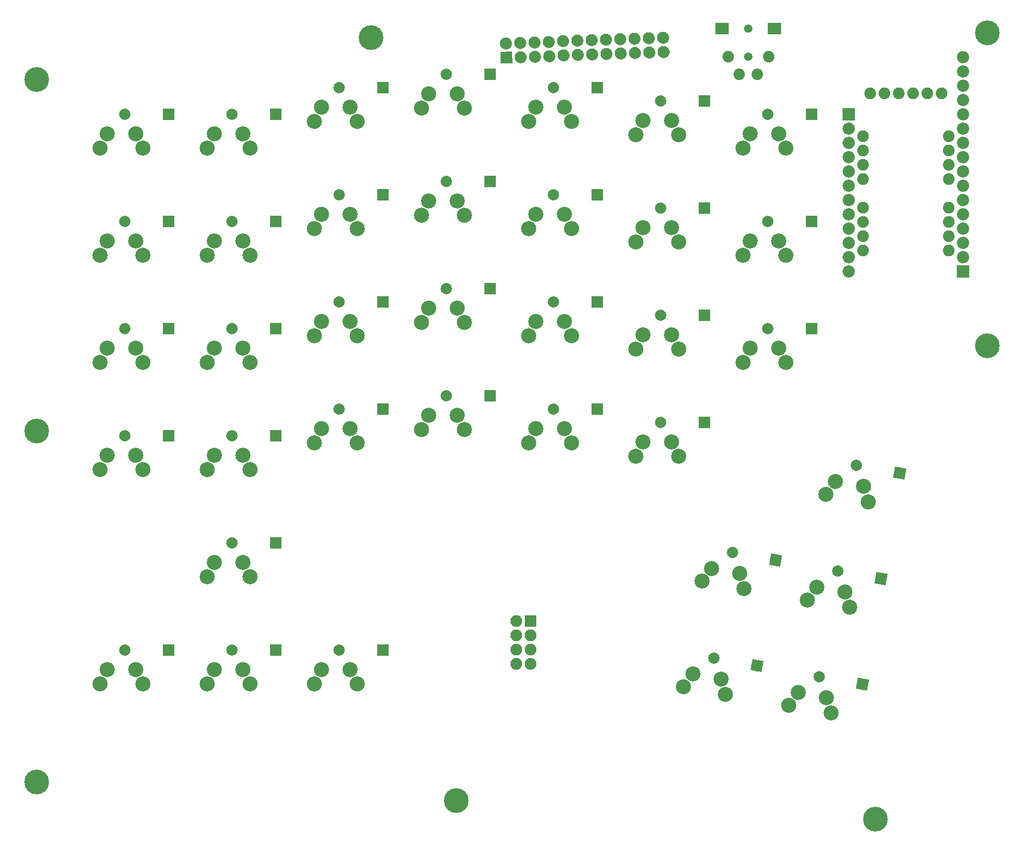
<source format=gbs>
G04 #@! TF.GenerationSoftware,KiCad,Pcbnew,5.0.0-fee4fd1~66~ubuntu18.04.1*
G04 #@! TF.CreationDate,2018-09-16T18:32:03-07:00*
G04 #@! TF.ProjectId,halfdeck,68616C666465636B2E6B696361645F70,c1293dc*
G04 #@! TF.SameCoordinates,Original*
G04 #@! TF.FileFunction,Soldermask,Bot*
G04 #@! TF.FilePolarity,Negative*
%FSLAX46Y46*%
G04 Gerber Fmt 4.6, Leading zero omitted, Abs format (unit mm)*
G04 Created by KiCad (PCBNEW 5.0.0-fee4fd1~66~ubuntu18.04.1) date Sun Sep 16 18:32:03 2018*
%MOMM*%
%LPD*%
G01*
G04 APERTURE LIST*
%ADD10O,2.100000X2.100000*%
%ADD11R,2.100000X2.100000*%
%ADD12C,1.500000*%
%ADD13C,2.050000*%
%ADD14R,2.350000X2.050000*%
%ADD15C,2.178000*%
%ADD16R,2.178000X2.178000*%
%ADD17C,2.100000*%
%ADD18C,0.100000*%
%ADD19C,2.100000*%
%ADD20C,2.082800*%
%ADD21C,2.686000*%
%ADD22C,2.000000*%
%ADD23R,2.000000X2.000000*%
%ADD24C,4.400000*%
G04 APERTURE END LIST*
D10*
G04 #@! TO.C,J5*
X112730000Y-140810000D03*
X115270000Y-140810000D03*
X112730000Y-138270000D03*
X115270000Y-138270000D03*
X112730000Y-135730000D03*
X115270000Y-135730000D03*
X112730000Y-133190000D03*
D11*
X115270000Y-133190000D03*
G04 #@! TD*
D12*
G04 #@! TO.C,J1*
X154000000Y-32900000D03*
X154000000Y-27900000D03*
D13*
X152400000Y-36000000D03*
X155600000Y-36000000D03*
X157600000Y-32900000D03*
X150400000Y-32900000D03*
D14*
X158650000Y-27900000D03*
X149350000Y-27900000D03*
G04 #@! TD*
D15*
G04 #@! TO.C,U1*
X192160000Y-32950000D03*
X192160000Y-35490000D03*
X192160000Y-38030000D03*
X192160000Y-40570000D03*
X192160000Y-43110000D03*
X192160000Y-45650000D03*
X192160000Y-48190000D03*
X192160000Y-50730000D03*
X192160000Y-53270000D03*
X192160000Y-55810000D03*
X192160000Y-58350000D03*
X192160000Y-60890000D03*
X192160000Y-63430000D03*
X192160000Y-65970000D03*
X192160000Y-68510000D03*
D16*
X192160000Y-71050000D03*
D15*
X171840000Y-45650000D03*
D16*
X171840000Y-43110000D03*
D15*
X171840000Y-48190000D03*
X171840000Y-50730000D03*
X171840000Y-53270000D03*
X171840000Y-55810000D03*
X171840000Y-58350000D03*
X171840000Y-60890000D03*
X171840000Y-63430000D03*
X171840000Y-65970000D03*
X171840000Y-68510000D03*
X171840000Y-71050000D03*
G04 #@! TD*
D17*
G04 #@! TO.C,J4*
X111000000Y-33000000D03*
D18*
G36*
X112086005Y-34012716D02*
X109987284Y-34086005D01*
X109913995Y-31987284D01*
X112012716Y-31913995D01*
X112086005Y-34012716D01*
X112086005Y-34012716D01*
G37*
D17*
X110911355Y-30461547D03*
D19*
X110911355Y-30461547D02*
X110911355Y-30461547D01*
D17*
X113538453Y-32911355D03*
D19*
X113538453Y-32911355D02*
X113538453Y-32911355D01*
D17*
X113449808Y-30372903D03*
D19*
X113449808Y-30372903D02*
X113449808Y-30372903D01*
D17*
X116076905Y-32822711D03*
D19*
X116076905Y-32822711D02*
X116076905Y-32822711D01*
D17*
X115988261Y-30284258D03*
D19*
X115988261Y-30284258D02*
X115988261Y-30284258D01*
D17*
X118615358Y-32734066D03*
D19*
X118615358Y-32734066D02*
X118615358Y-32734066D01*
D17*
X118526713Y-30195613D03*
D19*
X118526713Y-30195613D02*
X118526713Y-30195613D01*
D17*
X121153811Y-32645421D03*
D19*
X121153811Y-32645421D02*
X121153811Y-32645421D01*
D17*
X121065166Y-30106968D03*
D19*
X121065166Y-30106968D02*
X121065166Y-30106968D01*
D17*
X123692265Y-32556776D03*
D19*
X123692265Y-32556776D02*
X123692265Y-32556776D01*
D17*
X123603619Y-30018324D03*
D19*
X123603619Y-30018324D02*
X123603619Y-30018324D01*
D17*
X126230716Y-32468132D03*
D19*
X126230716Y-32468132D02*
X126230716Y-32468132D01*
D17*
X126142071Y-29929679D03*
D19*
X126142071Y-29929679D02*
X126142071Y-29929679D01*
D17*
X128769169Y-32379487D03*
D19*
X128769169Y-32379487D02*
X128769169Y-32379487D01*
D17*
X128680524Y-29841034D03*
D19*
X128680524Y-29841034D02*
X128680524Y-29841034D01*
D17*
X131307622Y-32290842D03*
D19*
X131307622Y-32290842D02*
X131307622Y-32290842D01*
D17*
X131218977Y-29752390D03*
D19*
X131218977Y-29752390D02*
X131218977Y-29752390D01*
D17*
X133846074Y-32202198D03*
D19*
X133846074Y-32202198D02*
X133846074Y-32202198D01*
D17*
X133757430Y-29663745D03*
D19*
X133757430Y-29663745D02*
X133757430Y-29663745D01*
D17*
X136384527Y-32113553D03*
D19*
X136384527Y-32113553D02*
X136384527Y-32113553D01*
D17*
X136295882Y-29575100D03*
D19*
X136295882Y-29575100D02*
X136295882Y-29575100D01*
D17*
X138922980Y-32024908D03*
D19*
X138922980Y-32024908D02*
X138922980Y-32024908D01*
D17*
X138834335Y-29486455D03*
D19*
X138834335Y-29486455D02*
X138834335Y-29486455D01*
G04 #@! TD*
D20*
G04 #@! TO.C,U2*
X174350000Y-67360000D03*
X174350000Y-64820000D03*
X174350000Y-62280000D03*
X174350000Y-59740000D03*
X174350000Y-54660000D03*
X174350000Y-52120000D03*
X174350000Y-49580000D03*
X174350000Y-47040000D03*
X189590000Y-59740000D03*
X189590000Y-47040000D03*
X189590000Y-67360000D03*
X189590000Y-49580000D03*
X189590000Y-54660000D03*
X189590000Y-64820000D03*
X189590000Y-52120000D03*
X189590000Y-62280000D03*
X180700181Y-39420295D03*
X183240181Y-39420295D03*
X188320181Y-39420295D03*
X185780181Y-39420295D03*
X178160000Y-39420295D03*
X175620000Y-39420295D03*
G04 #@! TD*
D21*
G04 #@! TO.C,SW00*
X45065000Y-46588800D03*
X38715000Y-49128800D03*
X46335000Y-49128800D03*
X39985000Y-46588800D03*
G04 #@! TD*
D22*
G04 #@! TO.C,D00*
X43150000Y-43143800D03*
D23*
X50950000Y-43143800D03*
G04 #@! TD*
D21*
G04 #@! TO.C,SW01*
X83165000Y-79926200D03*
X76815000Y-82466200D03*
X84435000Y-82466200D03*
X78085000Y-79926200D03*
G04 #@! TD*
D22*
G04 #@! TO.C,D01*
X81250000Y-76481200D03*
D23*
X89050000Y-76481200D03*
G04 #@! TD*
D21*
G04 #@! TO.C,SW02*
X102215000Y-39445000D03*
X95865000Y-41985000D03*
X103485000Y-41985000D03*
X97135000Y-39445000D03*
G04 #@! TD*
D22*
G04 #@! TO.C,D02*
X100300000Y-36000000D03*
D23*
X108100000Y-36000000D03*
G04 #@! TD*
D21*
G04 #@! TO.C,SW03*
X45065000Y-103739000D03*
X38715000Y-106279000D03*
X46335000Y-106279000D03*
X39985000Y-103739000D03*
G04 #@! TD*
D22*
G04 #@! TO.C,D03*
X43150000Y-100294000D03*
D23*
X50950000Y-100294000D03*
G04 #@! TD*
D21*
G04 #@! TO.C,SW04*
X140315000Y-44207500D03*
X133965000Y-46747500D03*
X141585000Y-46747500D03*
X135235000Y-44207500D03*
G04 #@! TD*
D22*
G04 #@! TO.C,D04*
X138400000Y-40762500D03*
D23*
X146200000Y-40762500D03*
G04 #@! TD*
D21*
G04 #@! TO.C,SW05*
X140315000Y-101358000D03*
X133965000Y-103898000D03*
X141585000Y-103898000D03*
X135235000Y-101358000D03*
G04 #@! TD*
D22*
G04 #@! TO.C,D05*
X138400000Y-97912500D03*
D23*
X146200000Y-97912500D03*
G04 #@! TD*
D21*
G04 #@! TO.C,SW10*
X64115000Y-46588800D03*
X57765000Y-49128800D03*
X65385000Y-49128800D03*
X59035000Y-46588800D03*
G04 #@! TD*
D22*
G04 #@! TO.C,D10*
X62200000Y-43143800D03*
D23*
X70000000Y-43143800D03*
G04 #@! TD*
D21*
G04 #@! TO.C,SW11*
X83165000Y-60876200D03*
X76815000Y-63416200D03*
X84435000Y-63416200D03*
X78085000Y-60876200D03*
G04 #@! TD*
D22*
G04 #@! TO.C,D11*
X81250000Y-57431200D03*
D23*
X89050000Y-57431200D03*
G04 #@! TD*
D21*
G04 #@! TO.C,SW12*
X102215000Y-58495000D03*
X95865000Y-61035000D03*
X103485000Y-61035000D03*
X97135000Y-58495000D03*
G04 #@! TD*
D22*
G04 #@! TO.C,D12*
X100300000Y-55050000D03*
D23*
X108100000Y-55050000D03*
G04 #@! TD*
D21*
G04 #@! TO.C,SW13*
X64115000Y-103739000D03*
X57765000Y-106279000D03*
X65385000Y-106279000D03*
X59035000Y-103739000D03*
G04 #@! TD*
D22*
G04 #@! TO.C,D13*
X62200000Y-100294000D03*
D23*
X70000000Y-100294000D03*
G04 #@! TD*
D21*
G04 #@! TO.C,SW14*
X140315000Y-63257500D03*
X133965000Y-65797500D03*
X141585000Y-65797500D03*
X135235000Y-63257500D03*
G04 #@! TD*
D22*
G04 #@! TO.C,D14*
X138400000Y-59812500D03*
D23*
X146200000Y-59812500D03*
G04 #@! TD*
D21*
G04 #@! TO.C,SW15*
X152435544Y-124716243D03*
X145740949Y-126114989D03*
X153245184Y-127438188D03*
X147432721Y-123834110D03*
G04 #@! TD*
D22*
G04 #@! TO.C,D15*
X151148250Y-120991772D03*
X158829750Y-122346228D03*
D18*
G36*
X159988206Y-121535068D02*
X159640910Y-123504684D01*
X157671294Y-123157388D01*
X158018590Y-121187772D01*
X159988206Y-121535068D01*
X159988206Y-121535068D01*
G37*
G04 #@! TD*
D21*
G04 #@! TO.C,SW20*
X64115000Y-65638800D03*
X57765000Y-68178800D03*
X65385000Y-68178800D03*
X59035000Y-65638800D03*
G04 #@! TD*
D22*
G04 #@! TO.C,D20*
X62200000Y-62193800D03*
D23*
X70000000Y-62193800D03*
G04 #@! TD*
D21*
G04 #@! TO.C,SW21*
X102215000Y-77545000D03*
X95865000Y-80085000D03*
X103485000Y-80085000D03*
X97135000Y-77545000D03*
G04 #@! TD*
D22*
G04 #@! TO.C,D21*
X100300000Y-74100000D03*
D23*
X108100000Y-74100000D03*
G04 #@! TD*
D21*
G04 #@! TO.C,SW22*
X121265000Y-60876200D03*
X114915000Y-63416200D03*
X122535000Y-63416200D03*
X116185000Y-60876200D03*
G04 #@! TD*
D22*
G04 #@! TO.C,D22*
X119350000Y-57431200D03*
D23*
X127150000Y-57431200D03*
G04 #@! TD*
D21*
G04 #@! TO.C,SW23*
X64115000Y-122789000D03*
X57765000Y-125329000D03*
X65385000Y-125329000D03*
X59035000Y-122789000D03*
G04 #@! TD*
D22*
G04 #@! TO.C,D23*
X62200000Y-119344000D03*
D23*
X70000000Y-119344000D03*
G04 #@! TD*
D21*
G04 #@! TO.C,SW24*
X140315000Y-82307500D03*
X133965000Y-84847500D03*
X141585000Y-84847500D03*
X135235000Y-82307500D03*
G04 #@! TD*
D22*
G04 #@! TO.C,D24*
X138400000Y-78862500D03*
D23*
X146200000Y-78862500D03*
G04 #@! TD*
D21*
G04 #@! TO.C,SW25*
X171196544Y-128024243D03*
X164501949Y-129422989D03*
X172006184Y-130746188D03*
X166193721Y-127142110D03*
G04 #@! TD*
D22*
G04 #@! TO.C,D25*
X169908250Y-124299772D03*
X177589750Y-125654228D03*
D18*
G36*
X178748206Y-124843068D02*
X178400910Y-126812684D01*
X176431294Y-126465388D01*
X176778590Y-124495772D01*
X178748206Y-124843068D01*
X178748206Y-124843068D01*
G37*
G04 #@! TD*
D21*
G04 #@! TO.C,SW30*
X45065000Y-65638800D03*
X38715000Y-68178800D03*
X46335000Y-68178800D03*
X39985000Y-65638800D03*
G04 #@! TD*
D22*
G04 #@! TO.C,D30*
X43150000Y-62193800D03*
D23*
X50950000Y-62193800D03*
G04 #@! TD*
D21*
G04 #@! TO.C,SW31*
X102215000Y-96595000D03*
X95865000Y-99135000D03*
X103485000Y-99135000D03*
X97135000Y-96595000D03*
G04 #@! TD*
D22*
G04 #@! TO.C,D31*
X100300000Y-93150000D03*
D23*
X108100000Y-93150000D03*
G04 #@! TD*
D21*
G04 #@! TO.C,SW32*
X121265000Y-79926200D03*
X114915000Y-82466200D03*
X122535000Y-82466200D03*
X116185000Y-79926200D03*
G04 #@! TD*
D22*
G04 #@! TO.C,D32*
X119350000Y-76481200D03*
D23*
X127150000Y-76481200D03*
G04 #@! TD*
D21*
G04 #@! TO.C,SW33*
X64115000Y-141839000D03*
X57765000Y-144379000D03*
X65385000Y-144379000D03*
X59035000Y-141839000D03*
G04 #@! TD*
D22*
G04 #@! TO.C,D33*
X62200000Y-138394000D03*
D23*
X70000000Y-138394000D03*
G04 #@! TD*
D21*
G04 #@! TO.C,SW34*
X159365000Y-84688800D03*
X153015000Y-87228800D03*
X160635000Y-87228800D03*
X154285000Y-84688800D03*
G04 #@! TD*
D22*
G04 #@! TO.C,D34*
X157450000Y-81243800D03*
D23*
X165250000Y-81243800D03*
G04 #@! TD*
D21*
G04 #@! TO.C,SW35*
X167888544Y-146785243D03*
X161193949Y-148183989D03*
X168698184Y-149507188D03*
X162885721Y-145903110D03*
G04 #@! TD*
D22*
G04 #@! TO.C,D35*
X166600250Y-143059772D03*
X174281750Y-144414228D03*
D18*
G36*
X175440206Y-143603068D02*
X175092910Y-145572684D01*
X173123294Y-145225388D01*
X173470590Y-143255772D01*
X175440206Y-143603068D01*
X175440206Y-143603068D01*
G37*
G04 #@! TD*
D21*
G04 #@! TO.C,SW40*
X45065000Y-84688800D03*
X38715000Y-87228800D03*
X46335000Y-87228800D03*
X39985000Y-84688800D03*
G04 #@! TD*
D22*
G04 #@! TO.C,D40*
X43150000Y-81243800D03*
D23*
X50950000Y-81243800D03*
G04 #@! TD*
D21*
G04 #@! TO.C,SW41*
X83165000Y-98976000D03*
X76815000Y-101516000D03*
X84435000Y-101516000D03*
X78085000Y-98976000D03*
G04 #@! TD*
D22*
G04 #@! TO.C,D41*
X81250000Y-95531200D03*
D23*
X89050000Y-95531200D03*
G04 #@! TD*
D21*
G04 #@! TO.C,SW42*
X121265000Y-98976000D03*
X114915000Y-101516000D03*
X122535000Y-101516000D03*
X116185000Y-98976000D03*
G04 #@! TD*
D22*
G04 #@! TO.C,D42*
X119350000Y-95531200D03*
D23*
X127150000Y-95531200D03*
G04 #@! TD*
D21*
G04 #@! TO.C,SW43*
X83165000Y-141839000D03*
X76815000Y-144379000D03*
X84435000Y-144379000D03*
X78085000Y-141839000D03*
G04 #@! TD*
D22*
G04 #@! TO.C,D43*
X81250000Y-138394000D03*
D23*
X89050000Y-138394000D03*
G04 #@! TD*
D21*
G04 #@! TO.C,SW44*
X159365000Y-65638800D03*
X153015000Y-68178800D03*
X160635000Y-68178800D03*
X154285000Y-65638800D03*
G04 #@! TD*
D22*
G04 #@! TO.C,D44*
X157450000Y-62193800D03*
D23*
X165250000Y-62193800D03*
G04 #@! TD*
D21*
G04 #@! TO.C,SW45*
X149127544Y-143477243D03*
X142432949Y-144875989D03*
X149937184Y-146199188D03*
X144124721Y-142595110D03*
G04 #@! TD*
D22*
G04 #@! TO.C,D45*
X147840250Y-139751772D03*
X155521750Y-141106228D03*
D18*
G36*
X156680206Y-140295068D02*
X156332910Y-142264684D01*
X154363294Y-141917388D01*
X154710590Y-139947772D01*
X156680206Y-140295068D01*
X156680206Y-140295068D01*
G37*
G04 #@! TD*
D21*
G04 #@! TO.C,SW50*
X83165000Y-41826200D03*
X76815000Y-44366200D03*
X84435000Y-44366200D03*
X78085000Y-41826200D03*
G04 #@! TD*
D22*
G04 #@! TO.C,D50*
X81250000Y-38381200D03*
D23*
X89050000Y-38381200D03*
G04 #@! TD*
D21*
G04 #@! TO.C,SW51*
X64115000Y-84688800D03*
X57765000Y-87228800D03*
X65385000Y-87228800D03*
X59035000Y-84688800D03*
G04 #@! TD*
D22*
G04 #@! TO.C,D51*
X62200000Y-81243800D03*
D23*
X70000000Y-81243800D03*
G04 #@! TD*
D21*
G04 #@! TO.C,SW52*
X121265000Y-41826200D03*
X114915000Y-44366200D03*
X122535000Y-44366200D03*
X116185000Y-41826200D03*
G04 #@! TD*
D22*
G04 #@! TO.C,D52*
X119350000Y-38381200D03*
D23*
X127150000Y-38381200D03*
G04 #@! TD*
D21*
G04 #@! TO.C,SW53*
X45065000Y-141839000D03*
X38715000Y-144379000D03*
X46335000Y-144379000D03*
X39985000Y-141839000D03*
G04 #@! TD*
D22*
G04 #@! TO.C,D53*
X43150000Y-138394000D03*
D23*
X50950000Y-138394000D03*
G04 #@! TD*
D21*
G04 #@! TO.C,SW54*
X159365000Y-46588800D03*
X153015000Y-49128800D03*
X160635000Y-49128800D03*
X154285000Y-46588800D03*
G04 #@! TD*
D22*
G04 #@! TO.C,D54*
X157450000Y-43143800D03*
D23*
X165250000Y-43143800D03*
G04 #@! TD*
D21*
G04 #@! TO.C,SW55*
X174504544Y-109264243D03*
X167809949Y-110662989D03*
X175314184Y-111986188D03*
X169501721Y-108382110D03*
G04 #@! TD*
D22*
G04 #@! TO.C,D55*
X173216250Y-105538772D03*
X180897750Y-106893228D03*
D18*
G36*
X182056206Y-106082068D02*
X181708910Y-108051684D01*
X179739294Y-107704388D01*
X180086590Y-105734772D01*
X182056206Y-106082068D01*
X182056206Y-106082068D01*
G37*
G04 #@! TD*
D24*
G04 #@! TO.C,CP0*
X86956600Y-29504700D03*
G04 #@! TD*
G04 #@! TO.C,CP1*
X27500000Y-36936800D03*
G04 #@! TD*
G04 #@! TO.C,CP2*
X27500000Y-99386100D03*
G04 #@! TD*
G04 #@! TO.C,CP3*
X27500000Y-161835000D03*
G04 #@! TD*
G04 #@! TO.C,CP4*
X102061000Y-165141000D03*
G04 #@! TD*
G04 #@! TO.C,CP5*
X176622000Y-168446000D03*
G04 #@! TD*
G04 #@! TO.C,CP6*
X196500000Y-84291300D03*
G04 #@! TD*
G04 #@! TO.C,CP7*
X196500000Y-28602000D03*
G04 #@! TD*
M02*

</source>
